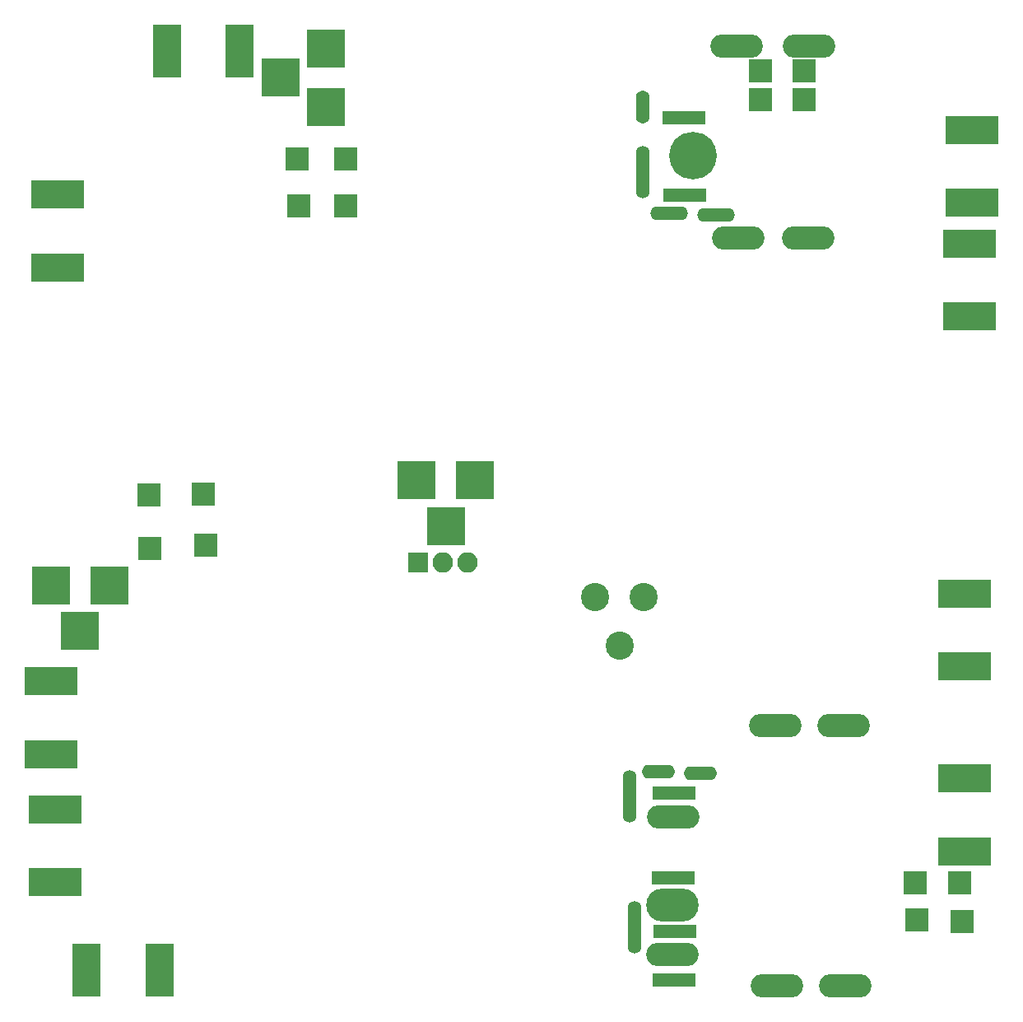
<source format=gbr>
G04 #@! TF.FileFunction,Soldermask,Bot*
%FSLAX46Y46*%
G04 Gerber Fmt 4.6, Leading zero omitted, Abs format (unit mm)*
G04 Created by KiCad (PCBNEW 4.0.7) date 07/12/20 14:49:22*
%MOMM*%
%LPD*%
G01*
G04 APERTURE LIST*
%ADD10C,0.100000*%
%ADD11R,5.480000X2.900000*%
%ADD12R,4.400000X1.400000*%
%ADD13R,2.400000X2.400000*%
%ADD14R,3.900000X3.900000*%
%ADD15O,1.400000X5.400000*%
%ADD16O,3.400000X1.400000*%
%ADD17O,5.400000X2.400000*%
%ADD18O,1.400000X3.400000*%
%ADD19O,5.400000X3.400000*%
%ADD20O,4.900000X4.900000*%
%ADD21O,3.900000X1.400000*%
%ADD22R,2.900000X5.480000*%
%ADD23C,2.900000*%
%ADD24R,2.100000X2.100000*%
%ADD25O,2.100000X2.100000*%
G04 APERTURE END LIST*
D10*
D11*
X59500000Y-99250000D03*
X59500000Y-106750000D03*
D12*
X124700000Y-49300000D03*
D13*
X137000000Y-39500000D03*
X132500000Y-39500000D03*
X132500000Y-36500000D03*
X137000000Y-36500000D03*
D12*
X124600000Y-41300000D03*
D11*
X154275000Y-50100000D03*
X154275000Y-42600000D03*
X154000000Y-61750000D03*
X154000000Y-54250000D03*
D14*
X103100000Y-78600000D03*
X97100000Y-78600000D03*
X100100000Y-83300000D03*
D11*
X153500000Y-97750000D03*
X153500000Y-90250000D03*
D12*
X123700000Y-125000000D03*
X123600000Y-110800000D03*
D13*
X153200000Y-124000000D03*
D12*
X123600000Y-130000000D03*
D13*
X148400000Y-120000000D03*
X153000000Y-120000000D03*
X148600000Y-123800000D03*
D12*
X123500000Y-119500000D03*
D11*
X153500000Y-116750000D03*
X153500000Y-109250000D03*
D15*
X119000000Y-111100000D03*
X119500000Y-124600000D03*
D16*
X122000000Y-108600000D03*
X126300000Y-108700000D03*
D17*
X123500000Y-113200000D03*
D18*
X120400000Y-40200000D03*
D15*
X120400000Y-46900000D03*
D17*
X123400000Y-127400000D03*
D19*
X123400000Y-122300000D03*
D20*
X125500000Y-45200000D03*
D21*
X123100000Y-51200000D03*
X127900000Y-51300000D03*
D11*
X59900000Y-112450000D03*
X59900000Y-119950000D03*
D22*
X63150000Y-129000000D03*
X70650000Y-129000000D03*
D13*
X69600000Y-80100000D03*
X75400000Y-85300000D03*
X75200000Y-80000000D03*
X69700000Y-85600000D03*
D11*
X60200000Y-49250000D03*
X60200000Y-56750000D03*
D22*
X78900000Y-34475000D03*
X71400000Y-34475000D03*
D13*
X89800000Y-45600000D03*
X89800000Y-50400000D03*
X85000000Y-50400000D03*
X84800000Y-45600000D03*
D23*
X118000000Y-95640000D03*
X115500000Y-90600000D03*
X120500000Y-90600000D03*
D24*
X97300000Y-87100000D03*
D25*
X99840000Y-87100000D03*
X102380000Y-87100000D03*
D14*
X65500000Y-89400000D03*
X59500000Y-89400000D03*
X62500000Y-94100000D03*
X87800000Y-40200000D03*
X87800000Y-34200000D03*
X83100000Y-37200000D03*
D17*
X137500000Y-34000000D03*
X130000000Y-34000000D03*
X137400000Y-53700000D03*
X130200000Y-53700000D03*
X134200000Y-130600000D03*
X134000000Y-103800000D03*
X141200000Y-130600000D03*
X141000000Y-103800000D03*
M02*

</source>
